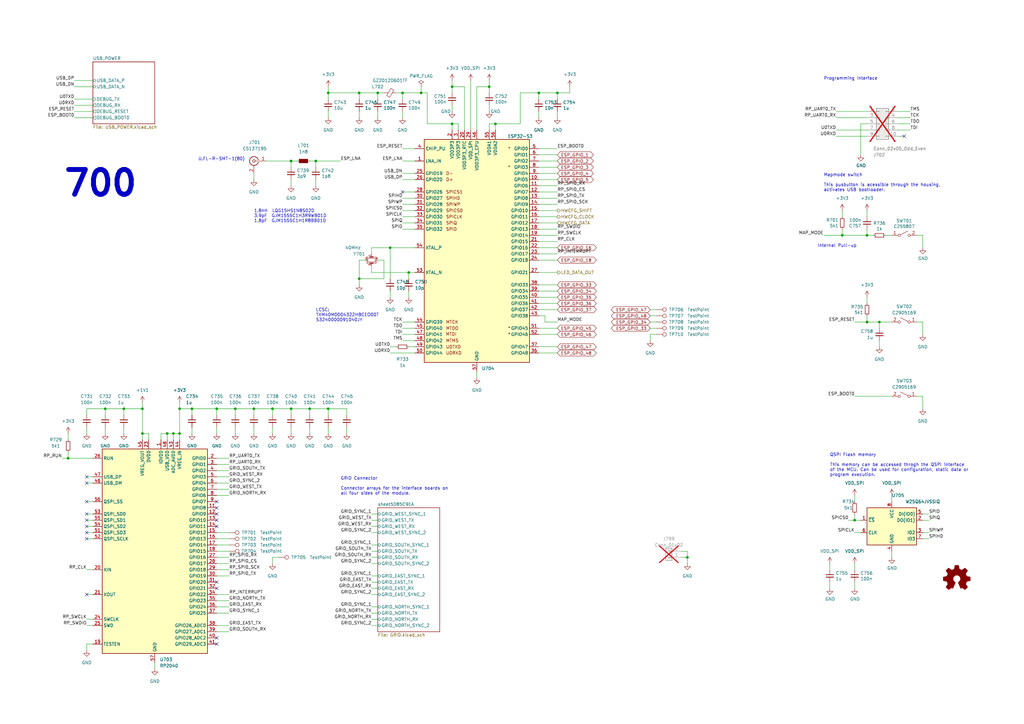
<source format=kicad_sch>
(kicad_sch (version 20231120) (generator "eeschema") (generator_version "8.0")
  (paper "A3")
  (junction (at 88.9 167.64))
  (junction (at 129.54 66.04))
  (junction (at 220.98 38.1))
  (junction (at 71.12 177.8))
  (junction (at 147.32 38.1))
  (junction (at 58.42 177.8))
  (junction (at 172.72 38.1))
  (junction (at 167.64 111.76))
  (junction (at 73.66 177.8))
  (junction (at 147.32 114.3))
  (junction (at 127 167.64))
  (junction (at 73.66 167.64))
  (junction (at 27.94 187.96))
  (junction (at 185.42 50.8))
  (junction (at 350.52 213.36))
  (junction (at 154.94 38.1))
  (junction (at 160.02 101.6))
  (junction (at 355.6 132.08))
  (junction (at 134.62 167.64))
  (junction (at 50.8 167.64))
  (junction (at 119.38 167.64))
  (junction (at 200.66 35.56))
  (junction (at 68.58 177.8))
  (junction (at 96.52 167.64))
  (junction (at 111.76 167.64))
  (junction (at 43.18 167.64))
  (junction (at 104.14 167.64))
  (junction (at 228.6 38.1))
  (junction (at 134.62 38.1))
  (junction (at 58.42 167.64))
  (junction (at 203.2 50.8))
  (junction (at 185.42 35.56))
  (junction (at 78.74 167.64))
  (junction (at 355.6 96.52))
  (junction (at 360.68 132.08))
  (junction (at 345.44 96.52))
  (junction (at 281.94 228.6))
  (junction (at 119.38 66.04))
  (junction (at 165.1 38.1))
  (no_connect (at 370.84 55.88))
  (no_connect (at 165.1 78.74))
  (no_connect (at 35.56 210.82))
  (no_connect (at 35.56 205.74))
  (no_connect (at 35.56 213.36))
  (no_connect (at 35.56 243.84))
  (no_connect (at 35.56 220.98))
  (no_connect (at 35.56 215.9))
  (no_connect (at 35.56 218.44))
  (no_connect (at 35.56 198.12))
  (no_connect (at 35.56 195.58))
  (no_connect (at 88.9 264.16))
  (no_connect (at 88.9 261.62))
  (no_connect (at 88.9 238.76))
  (no_connect (at 88.9 241.3))
  (no_connect (at 88.9 215.9))
  (no_connect (at 88.9 213.36))
  (no_connect (at 88.9 210.82))
  (no_connect (at 88.9 208.28))
  (no_connect (at 88.9 205.74))
  (wire (pts (xy 73.66 167.64) (xy 78.74 167.64)))
  (wire (pts (xy 355.6 121.92) (xy 355.6 124.46)))
  (wire (pts (xy 35.56 198.12) (xy 38.1 198.12)))
  (wire (pts (xy 88.9 218.44) (xy 93.98 218.44)))
  (wire (pts (xy 213.36 38.1) (xy 220.98 38.1)))
  (wire (pts (xy 119.38 175.26) (xy 119.38 177.8)))
  (wire (pts (xy 58.42 180.34) (xy 58.42 177.8)))
  (wire (pts (xy 27.94 187.96) (xy 38.1 187.96)))
  (wire (pts (xy 165.1 93.98) (xy 170.18 93.98)))
  (wire (pts (xy 203.2 50.8) (xy 203.2 53.34)))
  (wire (pts (xy 360.68 139.7) (xy 360.68 142.24)))
  (wire (pts (xy 167.64 111.76) (xy 167.64 114.3)))
  (wire (pts (xy 228.6 38.1) (xy 220.98 38.1)))
  (wire (pts (xy 73.66 180.34) (xy 73.66 177.8)))
  (wire (pts (xy 154.94 228.6) (xy 152.4 228.6)))
  (wire (pts (xy 127 175.26) (xy 127 177.8)))
  (wire (pts (xy 350.52 162.56) (xy 365.76 162.56)))
  (wire (pts (xy 58.42 177.8) (xy 58.42 167.64)))
  (wire (pts (xy 88.9 231.14) (xy 93.98 231.14)))
  (wire (pts (xy 355.6 93.98) (xy 355.6 96.52)))
  (wire (pts (xy 266.7 134.62) (xy 269.24 134.62)))
  (wire (pts (xy 147.32 38.1) (xy 154.94 38.1)))
  (wire (pts (xy 104.14 175.26) (xy 104.14 177.8)))
  (wire (pts (xy 360.68 132.08) (xy 355.6 132.08)))
  (wire (pts (xy 165.1 137.16) (xy 170.18 137.16)))
  (wire (pts (xy 43.18 167.64) (xy 50.8 167.64)))
  (wire (pts (xy 63.5 271.78) (xy 63.5 274.32)))
  (wire (pts (xy 88.9 226.06) (xy 93.98 226.06)))
  (wire (pts (xy 342.9 53.34) (xy 355.6 53.34)))
  (wire (pts (xy 233.68 35.56) (xy 233.68 38.1)))
  (wire (pts (xy 96.52 170.18) (xy 96.52 167.64)))
  (wire (pts (xy 220.98 106.68) (xy 228.6 106.68)))
  (wire (pts (xy 154.94 218.44) (xy 152.4 218.44)))
  (wire (pts (xy 152.4 104.14) (xy 152.4 101.6)))
  (wire (pts (xy 88.9 220.98) (xy 93.98 220.98)))
  (wire (pts (xy 220.98 63.5) (xy 228.6 63.5)))
  (wire (pts (xy 134.62 45.72) (xy 134.62 48.26)))
  (wire (pts (xy 220.98 119.38) (xy 228.6 119.38)))
  (wire (pts (xy 154.94 106.68) (xy 157.48 106.68)))
  (wire (pts (xy 203.2 50.8) (xy 213.36 50.8)))
  (wire (pts (xy 165.1 86.36) (xy 170.18 86.36)))
  (wire (pts (xy 160.02 101.6) (xy 170.18 101.6)))
  (wire (pts (xy 35.56 195.58) (xy 38.1 195.58)))
  (wire (pts (xy 88.9 246.38) (xy 93.98 246.38)))
  (wire (pts (xy 152.4 111.76) (xy 167.64 111.76)))
  (wire (pts (xy 279.4 228.6) (xy 281.94 228.6)))
  (wire (pts (xy 134.62 175.26) (xy 134.62 177.8)))
  (wire (pts (xy 353.06 50.8) (xy 353.06 63.5)))
  (wire (pts (xy 96.52 175.26) (xy 96.52 177.8)))
  (wire (pts (xy 88.9 248.92) (xy 93.98 248.92)))
  (wire (pts (xy 355.6 86.36) (xy 355.6 88.9)))
  (wire (pts (xy 365.76 203.2) (xy 365.76 205.74)))
  (wire (pts (xy 266.7 132.08) (xy 269.24 132.08)))
  (wire (pts (xy 35.56 210.82) (xy 38.1 210.82)))
  (wire (pts (xy 165.1 38.1) (xy 172.72 38.1)))
  (wire (pts (xy 220.98 144.78) (xy 228.6 144.78)))
  (wire (pts (xy 350.52 203.2) (xy 350.52 205.74)))
  (wire (pts (xy 88.9 187.96) (xy 93.98 187.96)))
  (wire (pts (xy 378.46 162.56) (xy 375.92 162.56)))
  (wire (pts (xy 220.98 88.9) (xy 228.6 88.9)))
  (wire (pts (xy 35.56 220.98) (xy 38.1 220.98)))
  (wire (pts (xy 220.98 101.6) (xy 228.6 101.6)))
  (wire (pts (xy 378.46 218.44) (xy 381 218.44)))
  (wire (pts (xy 154.94 45.72) (xy 154.94 48.26)))
  (wire (pts (xy 35.56 213.36) (xy 38.1 213.36)))
  (wire (pts (xy 172.72 38.1) (xy 175.26 38.1)))
  (wire (pts (xy 88.9 259.08) (xy 93.98 259.08)))
  (wire (pts (xy 337.82 96.52) (xy 345.44 96.52)))
  (wire (pts (xy 35.56 233.68) (xy 38.1 233.68)))
  (wire (pts (xy 195.58 35.56) (xy 195.58 53.34)))
  (wire (pts (xy 104.14 170.18) (xy 104.14 167.64)))
  (wire (pts (xy 165.1 83.82) (xy 170.18 83.82)))
  (wire (pts (xy 147.32 106.68) (xy 149.86 106.68)))
  (wire (pts (xy 220.98 129.54) (xy 223.52 129.54)))
  (wire (pts (xy 88.9 223.52) (xy 93.98 223.52)))
  (wire (pts (xy 167.64 119.38) (xy 167.64 121.92)))
  (wire (pts (xy 68.58 177.8) (xy 71.12 177.8)))
  (wire (pts (xy 187.96 53.34) (xy 187.96 50.8)))
  (wire (pts (xy 345.44 93.98) (xy 345.44 96.52)))
  (wire (pts (xy 350.52 231.14) (xy 350.52 233.68)))
  (wire (pts (xy 154.94 223.52) (xy 152.4 223.52)))
  (wire (pts (xy 172.72 35.56) (xy 172.72 38.1)))
  (wire (pts (xy 88.9 200.66) (xy 93.98 200.66)))
  (wire (pts (xy 378.46 96.52) (xy 378.46 101.6)))
  (wire (pts (xy 160.02 142.24) (xy 162.56 142.24)))
  (wire (pts (xy 223.52 132.08) (xy 228.6 132.08)))
  (wire (pts (xy 111.76 167.64) (xy 119.38 167.64)))
  (wire (pts (xy 152.4 101.6) (xy 160.02 101.6)))
  (wire (pts (xy 35.56 175.26) (xy 35.56 177.8)))
  (wire (pts (xy 165.1 91.44) (xy 170.18 91.44)))
  (wire (pts (xy 167.64 142.24) (xy 170.18 142.24)))
  (wire (pts (xy 154.94 241.3) (xy 152.4 241.3)))
  (wire (pts (xy 58.42 165.1) (xy 58.42 167.64)))
  (wire (pts (xy 228.6 60.96) (xy 220.98 60.96)))
  (wire (pts (xy 147.32 114.3) (xy 147.32 116.84)))
  (wire (pts (xy 134.62 167.64) (xy 142.24 167.64)))
  (wire (pts (xy 220.98 83.82) (xy 228.6 83.82)))
  (wire (pts (xy 109.22 66.04) (xy 119.38 66.04)))
  (wire (pts (xy 160.02 144.78) (xy 170.18 144.78)))
  (wire (pts (xy 88.9 198.12) (xy 93.98 198.12)))
  (wire (pts (xy 350.52 213.36) (xy 347.98 213.36)))
  (wire (pts (xy 88.9 228.6) (xy 93.98 228.6)))
  (wire (pts (xy 35.56 256.54) (xy 38.1 256.54)))
  (wire (pts (xy 375.92 96.52) (xy 378.46 96.52)))
  (wire (pts (xy 350.52 132.08) (xy 355.6 132.08)))
  (wire (pts (xy 213.36 38.1) (xy 213.36 50.8)))
  (wire (pts (xy 88.9 170.18) (xy 88.9 167.64)))
  (wire (pts (xy 378.46 210.82) (xy 381 210.82)))
  (wire (pts (xy 281.94 226.06) (xy 279.4 226.06)))
  (wire (pts (xy 73.66 177.8) (xy 73.66 167.64)))
  (wire (pts (xy 165.1 81.28) (xy 170.18 81.28)))
  (wire (pts (xy 154.94 213.36) (xy 152.4 213.36)))
  (wire (pts (xy 355.6 129.54) (xy 355.6 132.08)))
  (wire (pts (xy 30.48 45.72) (xy 38.1 45.72)))
  (wire (pts (xy 228.6 45.72) (xy 228.6 48.26)))
  (wire (pts (xy 353.06 218.44) (xy 350.52 218.44)))
  (wire (pts (xy 165.1 45.72) (xy 165.1 48.26)))
  (wire (pts (xy 190.5 35.56) (xy 190.5 53.34)))
  (wire (pts (xy 30.48 48.26) (xy 38.1 48.26)))
  (wire (pts (xy 368.3 45.72) (xy 373.38 45.72)))
  (wire (pts (xy 185.42 35.56) (xy 185.42 38.1)))
  (wire (pts (xy 266.7 137.16) (xy 269.24 137.16)))
  (wire (pts (xy 88.9 251.46) (xy 93.98 251.46)))
  (wire (pts (xy 370.84 55.88) (xy 368.3 55.88)))
  (wire (pts (xy 35.56 254) (xy 38.1 254)))
  (wire (pts (xy 165.1 60.96) (xy 170.18 60.96)))
  (wire (pts (xy 142.24 175.26) (xy 142.24 177.8)))
  (wire (pts (xy 43.18 170.18) (xy 43.18 167.64)))
  (wire (pts (xy 88.9 203.2) (xy 93.98 203.2)))
  (wire (pts (xy 129.54 66.04) (xy 127 66.04)))
  (wire (pts (xy 200.66 50.8) (xy 203.2 50.8)))
  (wire (pts (xy 111.76 175.26) (xy 111.76 177.8)))
  (wire (pts (xy 200.66 50.8) (xy 200.66 53.34)))
  (wire (pts (xy 119.38 66.04) (xy 121.92 66.04)))
  (wire (pts (xy 154.94 226.06) (xy 152.4 226.06)))
  (wire (pts (xy 160.02 119.38) (xy 160.02 121.92)))
  (wire (pts (xy 88.9 243.84) (xy 93.98 243.84)))
  (wire (pts (xy 88.9 256.54) (xy 93.98 256.54)))
  (wire (pts (xy 154.94 238.76) (xy 152.4 238.76)))
  (wire (pts (xy 165.1 134.62) (xy 170.18 134.62)))
  (wire (pts (xy 154.94 231.14) (xy 152.4 231.14)))
  (wire (pts (xy 378.46 167.64) (xy 378.46 162.56)))
  (wire (pts (xy 88.9 175.26) (xy 88.9 177.8)))
  (wire (pts (xy 147.32 38.1) (xy 147.32 40.64)))
  (wire (pts (xy 281.94 228.6) (xy 281.94 226.06)))
  (wire (pts (xy 185.42 43.18) (xy 185.42 45.72)))
  (wire (pts (xy 38.1 33.02) (xy 30.48 33.02)))
  (wire (pts (xy 119.38 170.18) (xy 119.38 167.64)))
  (wire (pts (xy 104.14 71.12) (xy 104.14 73.66)))
  (wire (pts (xy 68.58 177.8) (xy 68.58 180.34)))
  (wire (pts (xy 35.56 170.18) (xy 35.56 167.64)))
  (wire (pts (xy 154.94 40.64) (xy 154.94 38.1)))
  (wire (pts (xy 185.42 50.8) (xy 175.26 50.8)))
  (wire (pts (xy 368.3 50.8) (xy 373.38 50.8)))
  (wire (pts (xy 220.98 137.16) (xy 228.6 137.16)))
  (wire (pts (xy 165.1 139.7) (xy 170.18 139.7)))
  (wire (pts (xy 30.48 43.18) (xy 38.1 43.18)))
  (wire (pts (xy 154.94 243.84) (xy 152.4 243.84)))
  (wire (pts (xy 71.12 177.8) (xy 71.12 180.34)))
  (wire (pts (xy 342.9 48.26) (xy 355.6 48.26)))
  (wire (pts (xy 88.9 233.68) (xy 93.98 233.68)))
  (wire (pts (xy 378.46 132.08) (xy 375.92 132.08)))
  (wire (pts (xy 154.94 236.22) (xy 152.4 236.22)))
  (wire (pts (xy 233.68 38.1) (xy 228.6 38.1)))
  (wire (pts (xy 35.56 167.64) (xy 43.18 167.64)))
  (wire (pts (xy 88.9 190.5) (xy 93.98 190.5)))
  (wire (pts (xy 342.9 45.72) (xy 355.6 45.72)))
  (wire (pts (xy 340.36 241.3) (xy 340.36 238.76)))
  (wire (pts (xy 60.96 180.34) (xy 60.96 177.8)))
  (wire (pts (xy 281.94 231.14) (xy 281.94 228.6)))
  (wire (pts (xy 96.52 167.64) (xy 104.14 167.64)))
  (wire (pts (xy 104.14 167.64) (xy 111.76 167.64)))
  (wire (pts (xy 27.94 185.42) (xy 27.94 187.96)))
  (wire (pts (xy 190.5 35.56) (xy 185.42 35.56)))
  (wire (pts (xy 220.98 38.1) (xy 220.98 40.64)))
  (wire (pts (xy 340.36 231.14) (xy 340.36 233.68)))
  (wire (pts (xy 35.56 215.9) (xy 38.1 215.9)))
  (wire (pts (xy 43.18 175.26) (xy 43.18 177.8)))
  (wire (pts (xy 165.1 88.9) (xy 170.18 88.9)))
  (wire (pts (xy 35.56 264.16) (xy 35.56 266.7)))
  (wire (pts (xy 127 167.64) (xy 134.62 167.64)))
  (wire (pts (xy 200.66 35.56) (xy 200.66 38.1)))
  (wire (pts (xy 154.94 256.54) (xy 152.4 256.54)))
  (wire (pts (xy 170.18 71.12) (xy 165.1 71.12)))
  (wire (pts (xy 152.4 210.82) (xy 154.94 210.82)))
  (wire (pts (xy 220.98 127) (xy 228.6 127)))
  (wire (pts (xy 152.4 111.76) (xy 152.4 109.22)))
  (wire (pts (xy 220.98 78.74) (xy 228.6 78.74)))
  (wire (pts (xy 147.32 45.72) (xy 147.32 48.26)))
  (wire (pts (xy 365.76 228.6) (xy 365.76 226.06)))
  (wire (pts (xy 220.98 93.98) (xy 228.6 93.98)))
  (wire (pts (xy 185.42 33.02) (xy 185.42 35.56)))
  (wire (pts (xy 134.62 170.18) (xy 134.62 167.64)))
  (wire (pts (xy 345.44 96.52) (xy 355.6 96.52)))
  (wire (pts (xy 154.94 248.92) (xy 152.4 248.92)))
  (wire (pts (xy 154.94 251.46) (xy 152.4 251.46)))
  (wire (pts (xy 50.8 167.64) (xy 58.42 167.64)))
  (wire (pts (xy 142.24 170.18) (xy 142.24 167.64)))
  (wire (pts (xy 220.98 71.12) (xy 228.6 71.12)))
  (wire (pts (xy 88.9 167.64) (xy 96.52 167.64)))
  (wire (pts (xy 378.46 213.36) (xy 381 213.36)))
  (wire (pts (xy 88.9 236.22) (xy 93.98 236.22)))
  (wire (pts (xy 165.1 78.74) (xy 170.18 78.74)))
  (wire (pts (xy 175.26 38.1) (xy 175.26 50.8)))
  (wire (pts (xy 35.56 243.84) (xy 38.1 243.84)))
  (wire (pts (xy 195.58 35.56) (xy 200.66 35.56)))
  (wire (pts (xy 88.9 193.04) (xy 93.98 193.04)))
  (wire (pts (xy 193.04 33.02) (xy 193.04 53.34)))
  (wire (pts (xy 220.98 134.62) (xy 228.6 134.62)))
  (wire (pts (xy 378.46 220.98) (xy 381 220.98)))
  (wire (pts (xy 129.54 66.04) (xy 139.7 66.04)))
  (wire (pts (xy 220.98 81.28) (xy 228.6 81.28)))
  (wire (pts (xy 353.06 50.8) (xy 355.6 50.8)))
  (wire (pts (xy 25.4 187.96) (xy 27.94 187.96)))
  (wire (pts (xy 266.7 129.54) (xy 269.24 129.54)))
  (wire (pts (xy 119.38 66.04) (xy 119.38 68.58)))
  (wire (pts (xy 228.6 38.1) (xy 228.6 40.64)))
  (wire (pts (xy 373.38 48.26) (xy 368.3 48.26)))
  (wire (pts (xy 50.8 167.64) (xy 50.8 170.18)))
  (wire (pts (xy 170.18 73.66) (xy 165.1 73.66)))
  (wire (pts (xy 157.48 114.3) (xy 147.32 114.3)))
  (wire (pts (xy 147.32 114.3) (xy 147.32 106.68)))
  (wire (pts (xy 129.54 68.58) (xy 129.54 66.04)))
  (wire (pts (xy 35.56 205.74) (xy 38.1 205.74)))
  (wire (pts (xy 160.02 101.6) (xy 160.02 114.3)))
  (wire (pts (xy 220.98 86.36) (xy 228.6 86.36)))
  (wire (pts (xy 373.38 53.34) (xy 368.3 53.34)))
  (wire (pts (xy 78.74 175.26) (xy 78.74 177.8)))
  (wire (pts (xy 220.98 116.84) (xy 228.6 116.84)))
  (wire (pts (xy 71.12 177.8) (xy 73.66 177.8)))
  (wire (pts (xy 220.98 68.58) (xy 228.6 68.58)))
  (wire (pts (xy 345.44 86.36) (xy 345.44 88.9)))
  (wire (pts (xy 134.62 35.56) (xy 134.62 38.1)))
  (wire (pts (xy 350.52 241.3) (xy 350.52 238.76)))
  (wire (pts (xy 200.66 33.02) (xy 200.66 35.56)))
  (wire (pts (xy 266.7 139.7) (xy 266.7 137.16)))
  (wire (pts (xy 220.98 96.52) (xy 228.6 96.52)))
  (wire (pts (xy 195.58 152.4) (xy 195.58 154.94)))
  (wire (pts (xy 365.76 132.08) (xy 360.68 132.08)))
  (wire (pts (xy 30.48 40.64) (xy 38.1 40.64)))
  (wire (pts (xy 220.98 111.76) (xy 228.6 111.76)))
  (wire (pts (xy 78.74 167.64) (xy 88.9 167.64)))
  (wire (pts (xy 127 170.18) (xy 127 167.64)))
  (wire (pts (xy 119.38 73.66) (xy 119.38 76.2)))
  (wire (pts (xy 165.1 66.04) (xy 170.18 66.04)))
  (wire (pts (xy 220.98 142.24) (xy 228.6 142.24)))
  (wire (pts (xy 355.6 96.52) (xy 358.14 96.52)))
  (wire (pts (xy 88.9 195.58) (xy 93.98 195.58)))
  (wire (pts (xy 60.96 177.8) (xy 58.42 177.8)))
  (wire (pts (xy 50.8 175.26) (xy 50.8 177.8)))
  (wire (pts (xy 187.96 50.8) (xy 185.42 50.8)))
  (wire (pts (xy 154.94 38.1) (xy 157.48 38.1)))
  (wire (pts (xy 165.1 38.1) (xy 165.1 40.64)))
  (wire (pts (xy 78.74 167.64) (xy 78.74 170.18)))
  (wire (pts (xy 157.48 106.68) (xy 157.48 114.3)))
  (wire (pts (xy 220.98 73.66) (xy 228.6 73.66)))
  (wire (pts (xy 220.98 99.06) (xy 228.6 99.06)))
  (wire (pts (xy 27.94 177.8) (xy 27.94 180.34)))
  (wire (pts (xy 167.64 111.76) (xy 170.18 111.76)))
  (wire (pts (xy 111.76 170.18) (xy 111.76 167.64)))
  (wire (pts (xy 220.98 45.72) (xy 220.98 48.26)))
  (wire (pts (xy 220.98 124.46) (xy 228.6 124.46)))
  (wire (pts (xy 266.7 127) (xy 269.24 127)))
  (wire (pts (xy 66.04 180.34) (xy 66.04 177.8)))
  (wire (pts (xy 129.54 73.66) (xy 129.54 76.2)))
  (wire (pts (xy 152.4 215.9) (xy 154.94 215.9)))
  (wire (pts (xy 35.56 218.44) (xy 38.1 218.44)))
  (wire (pts (xy 119.38 167.64) (xy 127 167.64)))
  (wire (pts (xy 220.98 66.04) (xy 228.6 66.04)))
  (wire (pts (xy 220.98 91.44) (xy 228.6 91.44)))
  (wire (pts (xy 220.98 121.92) (xy 228.6 121.92)))
  (wire (pts (xy 353.06 213.36) (xy 350.52 213.36)))
  (wire (pts (xy 154.94 254) (xy 152.4 254)))
  (wire (pts (xy 378.46 137.16) (xy 378.46 132.08)))
  (wire (pts (xy 73.66 165.1) (xy 73.66 167.64)))
  (wire (pts (xy 342.9 55.88) (xy 355.6 55.88)))
  (wire (pts (xy 162.56 38.1) (xy 165.1 38.1)))
  (wire (pts (xy 111.76 231.14) (xy 111.76 228.6)))
  (wire (pts (xy 200.66 43.18) (xy 200.66 45.72)))
  (wire (pts (xy 134.62 38.1) (xy 134.62 40.64)))
  (wire (pts (xy 185.42 50.8) (xy 185.42 53.34)))
  (wire (pts (xy 360.68 132.08) (xy 360.68 134.62)))
  (wire (pts (xy 350.52 210.82) (xy 350.52 213.36)))
  (wire (pts (xy 66.04 177.8) (xy 68.58 177.8)))
  (wire (pts (xy 35.56 264.16) (xy 38.1 264.16)))
  (wire (pts (xy 363.22 96.52) (xy 365.76 96.52)))
  (wire (pts (xy 165.1 132.08) (xy 170.18 132.08)))
  (wire (pts (xy 220.98 76.2) (xy 228.6 76.2)))
  (wire (pts (xy 220.98 104.14) (xy 228.6 104.14)))
  (wire (pts (xy 111.76 228.6) (xy 114.3 228.6)))
  (wire (pts (xy 30.48 35.56) (xy 38.1 35.56)))
  (wire (pts (xy 134.62 38.1) (xy 147.32 38.1)))
  (wire (pts (xy 223.52 129.54) (xy 223.52 132.08)))
  (text "Mapmode switch\n\nThis pusbutton is acessible through the housing, \nactivates USB bootloader." (at 337.82 78.74 0) (effects (font (size 1.27 1.27)) (justify left bottom)))
  (text "700" (at 25.4 81.28 0) (effects (font (size 10.16 10.16) (thickness 2.032) (bold yes)) (justify left bottom)))
  (text "LCSC:\nTXM40M0004322HBCEO00T\nS3240000091040JY" (at 129.54 132.08 0) (effects (font (size 1.27 1.27)) (justify left bottom)))
  (text "1.8nH  LQG15HS1N8S02D\n3.9pF  GJM1555C1H3R9WB01D\n1.8pF  GJM1555C1H1R8BB01D" (at 104.14 91.44 0) (effects (font (size 1.27 1.27)) (justify left bottom)))
  (text "QSPI Flash memory\n\nThis memory can be accessed throgh the QSPI interface\nof the MCU. Can be used for configuration, static data or\nprogram execution." (at 340.36 195.58 0) (effects (font (size 1.27 1.27)) (justify left bottom)))
  (text "Internal Pull-up" (at 335.28 101.6 0) (effects (font (size 1.27 1.27)) (justify left bottom)))
  (text "GRID Connector\n\nConnector arrays for the interface boards on \nall four sides of the module." (at 139.7 203.2 0) (effects (font (size 1.27 1.27)) (justify left bottom)))
  (text "U.FL-R-SMT-1(80) " (at 81.28 66.04 0) (effects (font (size 1.27 1.27)) (justify left bottom)))
  (text "Programming Interface\n" (at 337.82 33.02 0) (effects (font (size 1.27 1.27)) (justify left bottom)))
  (label "RP_SPI0_CS" (at 93.98 231.14 0))
  (label "GRID_SYNC_1" (at 152.4 223.52 180))
  (label "GRID_EAST_TX" (at 93.98 256.54 0))
  (label "RP_SPI0_RX" (at 93.98 228.6 0))
  (label "GRID_SOUTH_TX" (at 152.4 226.06 180))
  (label "SPICS0" (at 165.1 86.36 180))
  (label "GRID_SYNC_2" (at 152.4 218.44 180))
  (label "GRID_NORTH_TX" (at 93.98 246.38 0))
  (label "GRID_NORTH_TX" (at 152.4 251.46 180))
  (label "GRID_SYNC_2" (at 152.4 256.54 180))
  (label "MAP_MODE" (at 337.82 96.52 180))
  (label "U0TXD" (at 160.02 142.24 180))
  (label "SPICS0" (at 347.98 213.36 180))
  (label "TMS" (at 165.1 139.7 180))
  (label "TCK" (at 165.1 132.08 180))
  (label "GRID_NORTH_RX" (at 93.98 203.2 0))
  (label "RP_SWCLK" (at 35.56 254 180))
  (label "RP_SPI0_RX" (at 228.6 76.2 0))
  (label "U0RXD" (at 30.48 43.18 180))
  (label "GRID_SYNC_1" (at 152.4 210.82 180))
  (label "SPIQ" (at 165.1 91.44 180))
  (label "RP_SPI0_TX" (at 93.98 236.22 0))
  (label "GRID_SYNC_1" (at 152.4 236.22 180))
  (label "U0RXD" (at 160.02 144.78 180))
  (label "TDO" (at 165.1 134.62 180))
  (label "U0RXD" (at 342.9 55.88 180))
  (label "USB_DP" (at 30.48 33.02 180))
  (label "GRID_SOUTH_RX" (at 93.98 259.08 0))
  (label "GRID_SYNC_2" (at 152.4 243.84 180))
  (label "USB_DN" (at 30.48 35.56 180))
  (label "SPIQ" (at 381 213.36 0))
  (label "RP_SPI0_TX" (at 228.6 81.28 0))
  (label "GRID_WEST_RX" (at 152.4 215.9 180))
  (label "GRID_WEST_RX" (at 93.98 195.58 0))
  (label "RP_SWDIO" (at 228.6 93.98 0))
  (label "RP_SWDIO" (at 35.56 256.54 180))
  (label "RP_CLK" (at 35.56 233.68 180))
  (label "ESP_BOOT0" (at 30.48 48.26 180))
  (label "RP_SWCLK" (at 228.6 96.52 0))
  (label "RP_SPI0_SCK" (at 93.98 233.68 0))
  (label "RP_UART0_TX" (at 93.98 187.96 0))
  (label "SPID" (at 165.1 93.98 180))
  (label "U0TXD" (at 342.9 53.34 180))
  (label "SPID" (at 381 210.82 0))
  (label "ESP_BOOT0" (at 228.6 60.96 0))
  (label "TDO" (at 373.38 50.8 0))
  (label "TDI" (at 165.1 137.16 180))
  (label "GRID_WEST_TX" (at 93.98 200.66 0))
  (label "RP_INTERRUPT" (at 228.6 104.14 0))
  (label "ESP_RESET" (at 30.48 45.72 180))
  (label "RP_SPI0_SCK" (at 228.6 83.82 0))
  (label "GRID_EAST_RX" (at 93.98 248.92 0))
  (label "USB_DN" (at 165.1 71.12 180))
  (label "SPIHD" (at 165.1 81.28 180))
  (label "ESP_RESET" (at 165.1 60.96 180))
  (label "TMS" (at 373.38 45.72 0))
  (label "SPIHD" (at 381 220.98 0))
  (label "ESP_LNA" (at 139.7 66.04 0))
  (label "ESP_BOOT0" (at 350.52 162.56 180))
  (label "RP_UART0_TX" (at 342.9 45.72 180))
  (label "RP_INTERRUPT" (at 93.98 243.84 0))
  (label "GRID_EAST_RX" (at 152.4 241.3 180))
  (label "USB_DP" (at 165.1 73.66 180))
  (label "GRID_SOUTH_TX" (at 93.98 193.04 0))
  (label "GRID_EAST_TX" (at 152.4 238.76 180))
  (label "SPICLK" (at 350.52 218.44 180))
  (label "RP_SPI0_CS" (at 228.6 78.74 0))
  (label "RP_UART0_RX" (at 342.9 48.26 180))
  (label "TCK" (at 373.38 48.26 0))
  (label "RP_RUN" (at 25.4 187.96 180))
  (label "RP_CLK" (at 228.6 99.06 0))
  (label "TDI" (at 373.38 53.34 0))
  (label "GRID_SYNC_1" (at 93.98 251.46 0))
  (label "ESP_RESET" (at 350.52 132.08 180))
  (label "GRID_SOUTH_RX" (at 152.4 228.6 180))
  (label "SPIWP" (at 165.1 83.82 180))
  (label "MAP_MODE" (at 228.6 132.08 0))
  (label "SPICLK" (at 165.1 88.9 180))
  (label "ESP_LNA" (at 165.1 66.04 180))
  (label "GRID_SYNC_1" (at 152.4 248.92 180))
  (label "RP_UART0_RX" (at 93.98 190.5 0))
  (label "U0TXD" (at 30.48 40.64 180))
  (label "SPIWP" (at 381 218.44 0))
  (label "GRID_NORTH_RX" (at 152.4 254 180))
  (label "GRID_SYNC_2" (at 93.98 198.12 0))
  (label "GRID_SYNC_2" (at 152.4 231.14 180))
  (label "GRID_WEST_TX" (at 152.4 213.36 180))
  (global_label "ESP_GPIO_33" (shape bidirectional) (at 228.6 116.84 0) (property "Intersheetrefs" "${INTERSHEET_REFS}" (effects (hide yes))))
  (global_label "ESP_GPIO_16" (shape bidirectional) (at 228.6 101.6 0) (property "Intersheetrefs" "${INTERSHEET_REFS}" (effects (hide yes))))
  (global_label "ESP_GPIO_34" (shape bidirectional) (at 266.7 132.08 180) (property "Intersheetrefs" "${INTERSHEET_REFS}" (effects (hide yes))))
  (global_label "ESP_GPIO_47" (shape bidirectional) (at 266.7 127 180) (property "Intersheetrefs" "${INTERSHEET_REFS}" (effects (hide yes))))
  (global_label "ESP_GPIO_48" (shape bidirectional) (at 228.6 144.78 0) (property "Intersheetrefs" "${INTERSHEET_REFS}" (effects (hide yes))))
  (global_label "ESP_GPIO_2" (shape bidirectional) (at 228.6 66.04 0) (property "Intersheetrefs" "${INTERSHEET_REFS}" (effects (hide yes))))
  (global_label "ESP_GPIO_4" (shape bidirectional) (at 228.6 71.12 0) (property "Intersheetrefs" "${INTERSHEET_REFS}" (effects (hide yes))))
  (global_label "ESP_GPIO_1" (shape bidirectional) (at 228.6 63.5 0) (property "Intersheetrefs" "${INTERSHEET_REFS}" (effects (hide yes))))
  (global_label "ESP_GPIO_45" (shape bidirectional) (at 228.6 134.62 0) (property "Intersheetrefs" "${INTERSHEET_REFS}" (effects (hide yes))))
  (global_label "ESP_GPIO_36" (shape bidirectional) (at 228.6 124.46 0) (property "Intersheetrefs" "${INTERSHEET_REFS}" (effects (hide yes))))
  (global_label "ESP_GPIO_18" (shape bidirectional) (at 228.6 106.68 0) (property "Intersheetrefs" "${INTERSHEET_REFS}" (effects (hide yes))))
  (global_label "ESP_GPIO_5" (shape bidirectional) (at 228.6 73.66 0) (property "Intersheetrefs" "${INTERSHEET_REFS}" (effects (hide yes))))
  (global_label "ESP_GPIO_46" (shape bidirectional) (at 228.6 137.16 0) (property "Intersheetrefs" "${INTERSHEET_REFS}" (effects (hide yes))))
  (global_label "ESP_GPIO_48" (shape bidirectional) (at 266.7 129.54 180) (property "Intersheetrefs" "${INTERSHEET_REFS}" (effects (hide yes))))
  (global_label "ESP_GPIO_33" (shape bidirectional) (at 266.7 134.62 180) (property "Intersheetrefs" "${INTERSHEET_REFS}" (effects (hide yes))))
  (global_label "ESP_GPIO_35" (shape bidirectional) (at 228.6 121.92 0) (property "Intersheetrefs" "${INTERSHEET_REFS}" (effects (hide yes))))
  (global_label "ESP_GPIO_34" (shape bidirectional) (at 228.6 119.38 0) (property "Intersheetrefs" "${INTERSHEET_REFS}" (effects (hide yes))))
  (global_label "ESP_GPIO_3" (shape bidirectional) (at 228.6 68.58 0) (property "Intersheetrefs" "${INTERSHEET_REFS}" (effects (hide yes))))
  (global_label "ESP_GPIO_47" (shape bidirectional) (at 228.6 142.24 0) (property "Intersheetrefs" "${INTERSHEET_REFS}" (effects (hide yes))))
  (global_label "ESP_GPIO_37" (shape bidirectional) (at 228.6 127 0) (property "Intersheetrefs" "${INTERSHEET_REFS}" (effects (hide yes))))
  (hierarchical_label "HWCFG_CLOCK" (shape output) (at 228.6 88.9 0))
  (hierarchical_label "HWCFG_DATA" (shape input) (at 228.6 91.44 0))
  (hierarchical_label "HWCFG_SHIFT" (shape output) (at 228.6 86.36 0))
  (hierarchical_label "LED_DATA_OUT" (shape output) (at 228.6 111.76 0))
  (symbol (lib_id "suku_basics:U_FLASH_W25Q16JVSSIQ") (at 365.76 215.9 0) (unit 1)
    (property "Reference" "U705" (at 368.3 203.2 0))
    (property "Value" "W25Q64JVSSIQ" (at 378.46 205.74 0))
    (property "Footprint" "suku_basics:SOIC-8W_FLASH" (effects (hide yes)))
    (property "Datasheet" "http://www.winbond.com/resource-files/w25q32jv%20revg%2003272018%20plus.pdf" (effects (hide yes)))
  )
  (symbol (lib_id "suku_basics:CAP") (at 350.52 236.22 0) (unit 1)
    (property "Reference" "C756" (at 352.8568 235.0516 0) (effects (justify left)))
    (property "Value" "100n" (at 352.8568 237.363 0) (effects (justify left)))
    (property "Footprint" "suku_basics:CAP_0402" (effects (hide yes)))
  )
  (symbol (lib_id "power:GND") (at 365.76 228.6 0) (unit 1)
    (property "Reference" "#PWR0843" (effects (hide yes)))
    (property "Value" "GND" (at 365.887 232.9942 0))
  )
  (symbol (lib_id "power:GND") (at 350.52 241.3 0) (unit 1)
    (property "Reference" "#PWR0838" (effects (hide yes)))
    (property "Value" "GND" (at 350.647 245.6942 0))
  )
  (symbol (lib_id "Switch:SW_SPST") (at 370.84 96.52 0) (unit 1)
    (property "Reference" "SW701" (at 370.84 90.551 0))
    (property "Value" "C255807" (at 370.84 92.8624 0))
    (property "Footprint" "suku_basics:SW_HYP_MAPMODE" (effects (hide yes)))
  )
  (symbol (lib_id "suku_basics:RES") (at 360.68 96.52 270) (unit 1)
    (property "Reference" "R736" (at 360.68 91.5416 90))
    (property "Value" "1k" (at 360.68 93.853 90))
    (property "Footprint" "suku_basics:RES_0402" (effects (hide yes)))
  )
  (symbol (lib_id "power:GND") (at 378.46 101.6 0) (unit 1)
    (property "Reference" "#PWR0844" (effects (hide yes)))
    (property "Value" "GND" (at 378.587 105.9942 0))
  )
  (symbol (lib_id "suku_basics:CAP") (at 355.6 91.44 180) (unit 1)
    (property "Reference" "C757" (at 353.2632 92.6084 0) (effects (justify left)))
    (property "Value" "100n" (at 353.2632 90.297 0) (effects (justify left)))
    (property "Footprint" "suku_basics:CAP_0402" (effects (hide yes)))
  )
  (symbol (lib_id "Connector:TestPoint") (at 269.24 137.16 270) (unit 1)
    (property "Reference" "TP710" (at 274.32 137.16 90) (effects (justify left)))
    (property "Value" "TestPoint" (at 281.94 137.16 90) (effects (justify left)))
    (property "Footprint" "TestPoint:TestPoint_Pad_1.0x1.0mm" (effects (hide yes)))
  )
  (symbol (lib_id "Connector:TestPoint") (at 93.98 226.06 270) (unit 1)
    (property "Reference" "TP704" (at 99.06 226.06 90) (effects (justify left)))
    (property "Value" "TestPoint" (at 106.68 226.06 90) (effects (justify left)))
    (property "Footprint" "TestPoint:TestPoint_Pad_D1.0mm" (effects (hide yes)))
  )
  (symbol (lib_id "suku_basics:CAP") (at 142.24 172.72 0) (unit 1)
    (property "Reference" "C745" (at 139.7 162.56 0) (effects (justify left)))
    (property "Value" "100n" (at 139.7 165.1 0) (effects (justify left)))
    (property "Footprint" "suku_basics:CAP_0402" (effects (hide yes)))
  )
  (symbol (lib_id "suku_basics:CAP") (at 200.66 40.64 0) (unit 1)
    (property "Reference" "C752" (at 202.9968 39.4716 0) (effects (justify left)))
    (property "Value" "100n" (at 202.9968 41.783 0) (effects (justify left)))
    (property "Footprint" "suku_basics:CAP_0402" (effects (hide yes)))
  )
  (symbol (lib_id "power:GND") (at 63.5 274.32 0) (unit 1)
    (property "Reference" "#PWR0799" (effects (hide yes)))
    (property "Value" "GND" (at 63.5 279.4 0))
  )
  (symbol (lib_id "power:GND") (at 43.18 177.8 0) (unit 1)
    (property "Reference" "#PWR0796" (effects (hide yes)))
    (property "Value" "GND" (at 43.18 182.88 0))
  )
  (symbol (lib_id "power:+3V3") (at 355.6 121.92 0) (unit 1)
    (property "Reference" "#PWR0835" (effects (hide yes)))
    (property "Value" "+3V3" (at 355.6 116.84 0))
  )
  (symbol (lib_id "suku_basics:VDD_SPI") (at 365.76 203.2 0) (unit 1)
    (property "Reference" "#PWR0842" (effects (hide yes)))
    (property "Value" "VDD_SPI" (at 365.76 198.12 0))
  )
  (symbol (lib_id "suku_basics:CAP") (at 111.76 172.72 0) (unit 1)
    (property "Reference" "C738" (at 109.22 162.56 0) (effects (justify left)))
    (property "Value" "100n" (at 109.22 165.1 0) (effects (justify left)))
    (property "Footprint" "suku_basics:CAP_0402" (effects (hide yes)))
  )
  (symbol (lib_id "suku_basics:RP2040") (at 63.5 226.06 0) (unit 1)
    (property "Reference" "U703" (at 65.5194 270.51 0) (effects (justify left)))
    (property "Value" "RP2040" (at 65.5194 273.05 0) (effects (justify left)))
    (property "Footprint" "suku_basics:RP2040_QFN-56-1EP_7x7mm_P0.4mm_EP3.2x3.2mm" (effects (hide yes)))
    (property "Datasheet" "https://datasheets.raspberrypi.com/rp2040/rp2040-datasheet.pdf" (effects (hide yes)))
  )
  (symbol (lib_id "power:GND") (at 195.58 154.94 0) (unit 1)
    (property "Reference" "#PWR0825" (effects (hide yes)))
    (property "Value" "GND" (at 195.58 160.02 0))
  )
  (symbol (lib_id "Connector:TestPoint") (at 93.98 223.52 270) (unit 1)
    (property "Reference" "TP703" (at 99.06 223.52 90) (effects (justify left)))
    (property "Value" "TestPoint" (at 106.68 223.52 90) (effects (justify left)))
    (property "Footprint" "TestPoint:TestPoint_Pad_D1.0mm" (effects (hide yes)))
  )
  (symbol (lib_id "suku_basics:CAP") (at 165.1 43.18 0) (unit 1)
    (property "Reference" "C749" (at 167.4368 42.0116 0) (effects (justify left)))
    (property "Value" "100n" (at 167.4368 44.323 0) (effects (justify left)))
    (property "Footprint" "suku_basics:CAP_0402" (effects (hide yes)))
  )
  (symbol (lib_id "power:GND") (at 35.56 266.7 0) (unit 1)
    (property "Reference" "#PWR0795" (effects (hide yes)))
    (property "Value" "GND" (at 35.56 271.78 0))
  )
  (symbol (lib_id "Switch:SW_SPST") (at 370.84 132.08 0) (mirror y) (unit 1)
    (property "Reference" "SW702" (at 370.84 125.73 0))
    (property "Value" "C2905169" (at 370.84 128.27 0))
    (property "Footprint" "suku_basics:SW_SPST_CK_RS282G05A3" (effects (hide yes)))
  )
  (symbol (lib_id "suku_basics:CAP") (at 78.74 172.72 0) (unit 1)
    (property "Reference" "C734" (at 76.2 162.56 0) (effects (justify left)))
    (property "Value" "1u" (at 76.2 165.1 0) (effects (justify left)))
    (property "Footprint" "suku_basics:CAP_0402" (effects (hide yes)))
  )
  (symbol (lib_id "power:GND") (at 340.36 241.3 0) (unit 1)
    (property "Reference" "#PWR0834" (effects (hide yes)))
    (property "Value" "GND" (at 340.487 245.6942 0))
  )
  (symbol (lib_id "suku_basics:CAP") (at 35.56 172.72 0) (unit 1)
    (property "Reference" "C731" (at 33.02 162.56 0) (effects (justify left)))
    (property "Value" "100n" (at 33.02 165.1 0) (effects (justify left)))
    (property "Footprint" "suku_basics:CAP_0402" (effects (hide yes)))
  )
  (symbol (lib_id "suku_basics:INDUCTOR") (at 124.46 66.04 90) (unit 1)
    (property "Reference" "L701" (at 124.46 59.69 90))
    (property "Value" "1n8" (at 124.46 62.23 90))
    (property "Footprint" "suku_basics:IND_0402" (effects (hide yes)))
  )
  (symbol (lib_id "suku_basics:CAP") (at 147.32 43.18 0) (unit 1)
    (property "Reference" "C746" (at 149.6568 42.0116 0) (effects (justify left)))
    (property "Value" "1u" (at 149.6568 44.323 0) (effects (justify left)))
    (property "Footprint" "suku_basics:CAP_0402" (effects (hide yes)))
  )
  (symbol (lib_id "power:GND") (at 134.62 177.8 0) (unit 1)
    (property "Reference" "#PWR0814" (effects (hide yes)))
    (property "Value" "GND" (at 134.62 182.88 0))
  )
  (symbol (lib_id "power:GND") (at 165.1 48.26 0) (unit 1)
    (property "Reference" "#PWR0820" (effects (hide yes)))
    (property "Value" "GND" (at 165.1 53.34 0))
  )
  (symbol (lib_id "Connector:TestPoint") (at 269.24 132.08 270) (unit 1)
    (property "Reference" "TP708" (at 274.32 132.08 90) (effects (justify left)))
    (property "Value" "TestPoint" (at 281.94 132.08 90) (effects (justify left)))
    (property "Footprint" "TestPoint:TestPoint_Pad_D1.0mm" (effects (hide yes)))
  )
  (symbol (lib_id "Connector:TestPoint") (at 269.24 129.54 270) (unit 1)
    (property "Reference" "TP707" (at 274.32 129.54 90) (effects (justify left)))
    (property "Value" "TestPoint" (at 281.94 129.54 90) (effects (justify left)))
    (property "Footprint" "TestPoint:TestPoint_Pad_D1.0mm" (effects (hide yes)))
  )
  (symbol (lib_id "power:GND") (at 104.14 177.8 0) (unit 1)
    (property "Reference" "#PWR0805" (effects (hide yes)))
    (property "Value" "GND" (at 104.14 182.88 0))
  )
  (symbol (lib_id "power:GND") (at 147.32 116.84 0) (unit 1)
    (property "Reference" "#PWR0817" (effects (hide yes)))
    (property "Value" "GND" (at 147.32 121.92 0))
  )
  (symbol (lib_id "suku_basics:OSHWA") (at 392.43 237.49 0) (unit 1) (in_bom no)
    (property "Reference" "LOGO701" (effects (hide yes)))
    (property "Value" "OSHWA" (effects (hide yes)))
    (property "Footprint" "suku_basics:OSHWA" (effects (hide yes)))
  )
  (symbol (lib_id "suku_basics:CAP") (at 119.38 172.72 0) (unit 1)
    (property "Reference" "C740" (at 116.84 162.56 0) (effects (justify left)))
    (property "Value" "100n" (at 116.84 165.1 0) (effects (justify left)))
    (property "Footprint" "suku_basics:CAP_0402" (effects (hide yes)))
  )
  (symbol (lib_id "power:GND") (at 78.74 177.8 0) (unit 1)
    (property "Reference" "#PWR0801" (effects (hide yes)))
    (property "Value" "GND" (at 78.74 182.88 0))
  )
  (symbol (lib_id "power:GND") (at 104.14 73.66 0) (unit 1)
    (property "Reference" "#PWR0804" (effects (hide yes)))
    (property "Value" "GND" (at 104.14 78.74 0))
  )
  (symbol (lib_id "power:GND") (at 200.66 45.72 0) (unit 1)
    (property "Reference" "#PWR0827" (effects (hide yes)))
    (property "Value" "GND" (at 203.2 45.72 0))
  )
  (symbol (lib_id "suku_basics:CAP") (at 167.64 116.84 0) (unit 1)
    (property "Reference" "C750" (at 170.18 115.5762 0) (effects (justify left)))
    (property "Value" "10p" (at 170.18 118.1162 0) (effects (justify left)))
    (property "Footprint" "suku_basics:CAP_0402" (effects (hide yes)))
  )
  (symbol (lib_id "suku_basics:ESP32_XTAL") (at 152.4 106.68 270) (unit 1)
    (property "Reference" "Y701" (at 147.32 104.14 90))
    (property "Value" "40MHz" (at 144.78 101.6 90))
    (property "Footprint" "Crystal:Crystal_SMD_Abracon_ABM8G-4Pin_3.2x2.5mm" (effects (hide yes)))
  )
  (symbol (lib_id "power:GND") (at 142.24 177.8 0) (unit 1)
    (property "Reference" "#PWR0815" (effects (hide yes)))
    (property "Value" "GND" (at 142.24 182.88 0))
  )
  (symbol (lib_id "power:GND") (at 353.06 63.5 0) (unit 1)
    (property "Reference" "#PWR0839" (effects (hide yes)))
    (property "Value" "GND" (at 353.187 67.8942 0))
  )
  (symbol (lib_id "suku_basics:CAP") (at 134.62 43.18 0) (unit 1)
    (property "Reference" "C743" (at 136.9568 42.0116 0) (effects (justify left)))
    (property "Value" "10u" (at 136.9568 44.323 0) (effects (justify left)))
    (property "Footprint" "suku_basics:CAP_0402" (effects (hide yes)))
  )
  (symbol (lib_id "Connector_Generic:Conn_02x05_Odd_Even") (at 360.68 50.8 0) (unit 1) (in_bom no) (dnp yes)
    (property "Reference" "J702" (at 358.14 63.5 0) (effects (justify left)))
    (property "Value" "Conn_02x05_Odd_Even" (at 358.14 60.96 0) (effects (justify left)))
    (property "Footprint" "Connector_PinHeader_1.27mm:PinHeader_2x05_P1.27mm_Vertical" (effects (hide yes)))
  )
  (symbol (lib_id "power:GND") (at 228.6 48.26 0) (unit 1)
    (property "Reference" "#PWR0829" (effects (hide yes)))
    (property "Value" "GND" (at 228.6 53.34 0))
  )
  (symbol (lib_id "power:GND") (at 147.32 48.26 0) (unit 1)
    (property "Reference" "#PWR0816" (effects (hide yes)))
    (property "Value" "GND" (at 147.32 53.34 0))
  )
  (symbol (lib_id "suku_basics:RES") (at 345.44 91.44 0) (mirror y) (unit 1)
    (property "Reference" "R701" (at 343.9414 90.2716 0) (effects (justify left)))
    (property "Value" "5k1" (at 343.9414 92.583 0) (effects (justify left)))
    (property "Footprint" "suku_basics:RES_0402" (effects (hide yes)))
  )
  (symbol (lib_id "power:+3V3") (at 355.6 86.36 0) (unit 1)
    (property "Reference" "#PWR0840" (effects (hide yes)))
    (property "Value" "+3V3" (at 355.6 81.28 0))
  )
  (symbol (lib_id "suku_basics:VDD_SPI") (at 350.52 203.2 0) (unit 1)
    (property "Reference" "#PWR0836" (effects (hide yes)))
    (property "Value" "VDD_SPI" (at 350.52 198.12 0))
  )
  (symbol (lib_id "suku_basics:CAP") (at 129.54 71.12 0) (unit 1)
    (property "Reference" "C742" (at 131.8768 69.9516 0) (effects (justify left)))
    (property "Value" "1p8" (at 131.8768 72.263 0) (effects (justify left)))
    (property "Footprint" "suku_basics:CAP_0402" (effects (hide yes)))
  )
  (symbol (lib_id "suku_basics:CAP") (at 88.9 172.72 0) (unit 1)
    (property "Reference" "C735" (at 86.36 162.56 0) (effects (justify left)))
    (property "Value" "100n" (at 86.36 165.1 0) (effects (justify left)))
    (property "Footprint" "suku_basics:CAP_0402" (effects (hide yes)))
  )
  (symbol (lib_id "Connector_Generic:Conn_01x02") (at 274.32 228.6 180) (unit 1) (in_bom no) (dnp yes)
    (property "Reference" "J799" (at 274.32 220.98 0))
    (property "Value" "Conn_01x02" (at 274.32 223.52 0))
    (property "Footprint" "suku_basics:OscilloscopeGround" (effects (hide yes)))
    (instances (project "PCBA-PO16_BU16" (path "" (reference "J799") (unit 1))) (project "MIDI_Host" (path "" (reference "J3") (unit 1))))
  )
  (symbol (lib_id "suku_basics:CAP") (at 50.8 172.72 0) (unit 1)
    (property "Reference" "C733" (at 48.26 162.56 0) (effects (justify left)))
    (property "Value" "1u" (at 48.26 165.1 0) (effects (justify left)))
    (property "Footprint" "suku_basics:CAP_0402" (effects (hide yes)))
  )
  (symbol (lib_id "power:GND") (at 88.9 177.8 0) (unit 1)
    (property "Reference" "#PWR0802" (effects (hide yes)))
    (property "Value" "GND" (at 88.9 182.88 0))
  )
  (symbol (lib_id "power:+3V3") (at 73.66 165.1 0) (unit 1)
    (property "Reference" "#PWR0800" (effects (hide yes)))
    (property "Value" "+3V3" (at 73.66 160.02 0))
  )
  (symbol (lib_id "power:GND") (at 220.98 48.26 0) (unit 1)
    (property "Reference" "#PWR0828" (effects (hide yes)))
    (property "Value" "GND" (at 220.98 53.34 0))
  )
  (symbol (lib_id "power:+3V3") (at 27.94 177.8 0) (unit 1)
    (property "Reference" "#PWR0793" (effects (hide yes)))
    (property "Value" "+3V3" (at 27.94 172.72 0))
  )
  (symbol (lib_id "power:GND") (at 119.38 177.8 0) (unit 1)
    (property "Reference" "#PWR0809" (effects (hide yes)))
    (property "Value" "GND" (at 119.38 182.88 0))
  )
  (symbol (lib_id "power:GND") (at 378.46 137.16 0) (mirror y) (unit 1)
    (property "Reference" "#PWR0845" (effects (hide yes)))
    (property "Value" "GND" (at 378.46 142.24 0))
  )
  (symbol (lib_id "power:GND") (at 96.52 177.8 0) (unit 1)
    (property "Reference" "#PWR0803" (effects (hide yes)))
    (property "Value" "GND" (at 96.52 182.88 0))
  )
  (symbol (lib_id "suku_basics:CAP") (at 154.94 43.18 0) (unit 1)
    (property "Reference" "C747" (at 157.2768 42.0116 0) (effects (justify left)))
    (property "Value" "100n" (at 157.2768 44.323 0) (effects (justify left)))
    (property "Footprint" "suku_basics:CAP_0402" (effects (hide yes)))
  )
  (symbol (lib_id "Connector:TestPoint") (at 114.3 228.6 270) (unit 1)
    (property "Reference" "TP705" (at 119.38 228.6 90) (effects (justify left)))
    (property "Value" "TestPoint" (at 127 228.6 90) (effects (justify left)))
    (property "Footprint" "TestPoint:TestPoint_Pad_1.0x1.0mm" (effects (hide yes)))
  )
  (symbol (lib_id "suku_basics:CAP") (at 43.18 172.72 0) (unit 1)
    (property "Reference" "C732" (at 40.64 162.56 0) (effects (justify left)))
    (property "Value" "100n" (at 40.64 165.1 0) (effects (justify left)))
    (property "Footprint" "suku_basics:CAP_0402" (effects (hide yes)))
  )
  (symbol (lib_id "power:+3V3") (at 200.66 33.02 0) (unit 1)
    (property "Reference" "#PWR0826" (effects (hide yes)))
    (property "Value" "+3V3" (at 200.66 27.94 0))
  )
  (symbol (lib_id "power:GND") (at 127 177.8 0) (unit 1)
    (property "Reference" "#PWR0810" (effects (hide yes)))
    (property "Value" "GND" (at 127 182.88 0))
  )
  (symbol (lib_id "suku_basics:VDD_SPI") (at 193.04 33.02 0) (unit 1)
    (property "Reference" "#PWR0824" (effects (hide yes)))
    (property "Value" "VDD_SPI" (at 193.04 27.94 0))
  )
  (symbol (lib_id "Connector:TestPoint") (at 93.98 220.98 270) (unit 1)
    (property "Reference" "TP702" (at 99.06 220.98 90) (effects (justify left)))
    (property "Value" "TestPoint" (at 106.68 220.98 90) (effects (justify left)))
    (property "Footprint" "TestPoint:TestPoint_Pad_D1.0mm" (effects (hide yes)))
  )
  (symbol (lib_id "power:GND") (at 111.76 177.8 0) (unit 1)
    (property "Reference" "#PWR0806" (effects (hide yes)))
    (property "Value" "GND" (at 111.76 182.88 0))
  )
  (symbol (lib_id "power:GND") (at 266.7 139.7 0) (unit 1)
    (property "Reference" "#PWR0831" (effects (hide yes)))
    (property "Value" "GND" (at 266.7 144.78 0))
  )
  (symbol (lib_id "power:GND") (at 360.68 142.24 0) (mirror y) (unit 1)
    (property "Reference" "#PWR0841" (effects (hide yes)))
    (property "Value" "GND" (at 360.68 147.32 0))
  )
  (symbol (lib_id "power:GND") (at 50.8 177.8 0) (unit 1)
    (property "Reference" "#PWR0797" (effects (hide yes)))
    (property "Value" "GND" (at 50.8 182.88 0))
  )
  (symbol (lib_id "Connector:TestPoint") (at 269.24 127 270) (unit 1)
    (property "Reference" "TP706" (at 274.32 127 90) (effects (justify left)))
    (property "Value" "TestPoint" (at 281.94 127 90) (effects (justify left)))
    (property "Footprint" "TestPoint:TestPoint_Pad_D1.0mm" (effects (hide yes)))
  )
  (symbol (lib_id "suku_basics:CAP") (at 104.14 172.72 0) (unit 1)
    (property "Reference" "C737" (at 101.6 162.56 0) (effects (justify left)))
    (property "Value" "100n" (at 101.6 165.1 0) (effects (justify left)))
    (property "Footprint" "suku_basics:CAP_0402" (effects (hide yes)))
  )
  (symbol (lib_id "power:GND") (at 281.94 231.14 0) (unit 1)
    (property "Reference" "#PWR0101" (effects (hide yes)))
    (property "Value" "GND" (at 281.94 236.22 0))
    (instances (project "PCBA-PO16_BU16" (path "" (reference "#PWR0101") (unit 1))) (project "MIDI_Host" (path "" (reference "#PWR094") (unit 1))))
  )
  (symbol (lib_id "suku_basics:CAP") (at 360.68 137.16 0) (mirror y) (unit 1)
    (property "Reference" "C758" (at 358.14 135.8962 0) (effects (justify left)))
    (property "Value" "1u" (at 358.14 138.4362 0) (effects (justify left)))
    (property "Footprint" "suku_basics:CAP_0402" (effects (hide yes)))
  )
  (symbol (lib_id "suku_basics:CAP") (at 220.98 43.18 0) (unit 1)
    (property "Reference" "C753" (at 223.3168 42.0116 0) (effects (justify left)))
    (property "Value" "10n" (at 223.3168 44.323 0) (effects (justify left)))
    (property "Footprint" "suku_basics:CAP_0402" (effects (hide yes)))
  )
  (symbol (lib_id "power:GND") (at 160.02 121.92 0) (unit 1)
    (property "Reference" "#PWR0819" (effects (hide yes)))
    (property "Value" "GND" (at 160.02 127 0))
  )
  (symbol (lib_id "Connector:TestPoint") (at 93.98 218.44 270) (unit 1)
    (property "Reference" "TP701" (at 99.06 218.44 90) (effects (justify left)))
    (property "Value" "TestPoint" (at 106.68 218.44 90) (effects (justify left)))
    (property "Footprint" "TestPoint:TestPoint_Pad_D1.0mm" (effects (hide yes)))
  )
  (symbol (lib_id "power:GND") (at 111.76 231.14 0) (unit 1)
    (property "Reference" "#PWR0807" (effects (hide yes)))
    (property "Value" "GND" (at 111.76 236.22 0))
  )
  (symbol (lib_id "suku_basics:FERRIT") (at 160.02 38.1 270) (unit 1)
    (property "Reference" "L702" (at 154.94 35.56 90))
    (property "Value" "GZ2012D601TF" (at 160.02 33.02 90))
    (property "Footprint" "suku_basics:FERRIT_0805" (effects (hide yes)))
  )
  (symbol (lib_id "suku_basics:CAP") (at 185.42 40.64 0) (mirror y) (unit 1)
    (property "Reference" "C751" (at 183.0832 39.4716 0) (effects (justify left)))
    (property "Value" "100n" (at 183.0832 41.783 0) (effects (justify left)))
    (property "Footprint" "suku_basics:CAP_0402" (effects (hide yes)))
  )
  (symbol (lib_id "power:GND") (at 154.94 48.26 0) (unit 1)
    (property "Reference" "#PWR0818" (effects (hide yes)))
    (property "Value" "GND" (at 154.94 53.34 0))
  )
  (symbol (lib_id "suku_basics:ESP32-S3") (at 195.58 99.06 0) (unit 1)
    (property "Reference" "U704" (at 197.5994 151.13 0) (effects (justify left)))
    (property "Value" "ESP32-S3" (at 213.36 55.88 0))
    (property "Footprint" "suku_basics:QFN-56-1EP_7x7mm_P0.4mm_EP3.2x3.2mm" (effects (hide yes)))
    (property "Datasheet" "https://www.espressif.com/sites/default/files/documentation/esp32-s3_datasheet_en.pdf" (effects (hide yes)))
  )
  (symbol (lib_id "suku_basics:VDD_SPI") (at 340.36 231.14 0) (unit 1)
    (property "Reference" "#PWR0833" (effects (hide yes)))
    (property "Value" "VDD_SPI" (at 340.36 226.06 0))
  )
  (symbol (lib_id "power:GND") (at 35.56 177.8 0) (unit 1)
    (property "Reference" "#PWR0794" (effects (hide yes)))
    (property "Value" "GND" (at 35.56 182.88 0))
  )
  (symbol (lib_id "suku_basics:CAP") (at 340.36 236.22 0) (unit 1)
    (property "Reference" "C755" (at 342.6968 235.0516 0) (effects (justify left)))
    (property "Value" "1u" (at 342.6968 237.363 0) (effects (justify left)))
    (property "Footprint" "suku_basics:CAP_0402" (effects (hide yes)))
  )
  (symbol (lib_id "suku_basics:RES") (at 350.52 208.28 0) (unit 1)
    (property "Reference" "R734" (at 347.98 205.74 0))
    (property "Value" "5k1" (at 347.98 208.28 0))
    (property "Footprint" "suku_basics:RES_0402" (effects (hide yes)))
  )
  (symbol (lib_id "power:GND") (at 378.46 167.64 0) (mirror y) (unit 1)
    (property "Reference" "#PWR0846" (effects (hide yes)))
    (property "Value" "GND" (at 378.46 172.72 0))
  )
  (symbol (lib_id "power:+3V3") (at 345.44 86.36 0) (unit 1)
    (property "Reference" "#PWR01105" (effects (hide yes)))
    (property "Value" "+3V3" (at 345.44 81.28 0))
  )
  (symbol (lib_id "suku_basics:CAP") (at 160.02 116.84 0) (unit 1)
    (property "Reference" "C748" (at 162.56 115.5762 0) (effects (justify left)))
    (property "Value" "10p" (at 162.56 118.1162 0) (effects (justify left)))
    (property "Footprint" "suku_basics:CAP_0402" (effects (hide yes)))
  )
  (symbol (lib_id "power:GND") (at 167.64 121.92 0) (unit 1)
    (property "Reference" "#PWR0821" (effects (hide yes)))
    (property "Value" "GND" (at 167.64 127 0))
  )
  (symbol (lib_id "suku_basics:VDD_SPI") (at 350.52 231.14 0) (unit 1)
    (property "Reference" "#PWR0837" (effects (hide yes)))
    (property "Value" "VDD_SPI" (at 350.52 226.06 0))
  )
  (symbol (lib_id "Switch:SW_SPST") (at 370.84 162.56 0) (mirror y) (unit 1)
    (property "Reference" "SW703" (at 370.84 156.21 0))
    (property "Value" "C2905169" (at 370.84 158.75 0))
    (property "Footprint" "suku_basics:SW_SPST_CK_RS282G05A3" (effects (hide yes)))
  )
  (symbol (lib_id "Connector:TestPoint") (at 269.24 134.62 270) (unit 1)
    (property "Reference" "TP709" (at 274.32 134.62 90) (effects (justify left)))
    (property "Value" "TestPoint" (at 281.94 134.62 90) (effects (justify left)))
    (property "Footprint" "TestPoint:TestPoint_Pad_D1.0mm" (effects (hide yes)))
  )
  (symbol (lib_id "power:+3V3") (at 233.68 35.56 0) (unit 1)
    (property "Reference" "#PWR0830" (effects (hide yes)))
    (property "Value" "+3V3" (at 233.68 30.48 0))
  )
  (symbol (lib_id "power:GND") (at 129.54 76.2 0) (unit 1)
    (property "Reference" "#PWR0811" (effects (hide yes)))
    (property "Value" "GND" (at 129.54 81.28 0))
  )
  (symbol (lib_id "suku_basics:RES") (at 355.6 127 0) (mirror y) (unit 1)
    (property "Reference" "R735" (at 354.1014 125.8316 0) (effects (justify left)))
    (property "Value" "5k1" (at 354.1014 128.143 0) (effects (justify left)))
    (property "Footprint" "suku_basics:RES_0402" (effects (hide yes)))
  )
  (symbol (lib_id "suku_basics:CAP") (at 119.38 71.12 0) (unit 1)
    (property "Reference" "C739" (at 121.7168 69.9516 0) (effects (justify left)))
    (property "Value" "3p9" (at 121.7168 72.263 0) (effects (justify left)))
    (property "Footprint" "suku_basics:CAP_0402" (effects (hide yes)))
  )
  (symbol (lib_id "suku_basics:CAP") (at 134.62 172.72 0) (unit 1)
    (property "Reference" "C744" (at 132.08 162.56 0) (effects (justify left)))
    (property "Value" "100n" (at 132.08 165.1 0) (effects (justify left)))
    (property "Footprint" "suku_basics:CAP_0402" (effects (hide yes)))
  )
  (symbol (lib_id "power:GND") (at 119.38 76.2 0) (unit 1)
    (property "Reference" "#PWR0808" (effects (hide yes)))
    (property "Value" "GND" (at 119.38 81.28 0))
  )
  (symbol (lib_id "power:PWR_FLAG") (at 172.72 35.56 0) (unit 1)
    (property "Reference" "#FLG0701" (effects (hide yes)))
    (property "Value" "PWR_FLAG" (at 172.72 31.1658 0))
  )
  (symbol (lib_id "suku_basics:RES") (at 27.94 182.88 0) (unit 1)
    (property "Reference" "R729" (at 22.86 180.34 0))
    (property "Value" "5k1" (at 22.86 182.88 0))
    (property "Footprint" "suku_basics:RES_0402" (effects (hide yes)))
  )
  (symbol (lib_id "power:+3V3") (at 134.62 35.56 0) (unit 1)
    (property "Reference" "#PWR0812" (effects (hide yes)))
    (property "Value" "+3V3" (at 134.62 30.48 0))
  )
  (symbol (lib_id "power:GND") (at 134.62 48.26 0) (unit 1)
    (property "Reference" "#PWR0813" (effects (hide yes)))
    (property "Value" "GND" (at 134.62 53.34 0))
  )
  (symbol (lib_id "power:GND") (at 185.42 45.72 0) (mirror y) (unit 1)
    (property "Reference" "#PWR0823" (effects (hide yes)))
    (property "Value" "GND" (at 182.88 45.72 0))
  )
  (symbol (lib_id "Connector:Conn_Coaxial") (at 104.14 66.04 0) (mirror y) (unit 1)
    (property "Reference" "J701" (at 104.4574 58.42 0))
    (property "Value" "C5137195" (at 104.4574 60.96 0))
    (property "Footprint" "Connector_Coaxial:U.FL_Molex_MCRF_73412-0110_Vertical" (effects (hide yes)))
    (property "Datasheet" " ~" (effects (hide yes)))
  )
  (symbol (lib_id "power:+3V3") (at 185.42 33.02 0) (unit 1)
    (property "Reference" "#PWR0822" (effects (hide yes)))
    (property "Value" "+3V3" (at 185.42 27.94 0))
  )
  (symbol (lib_id "suku_basics:CAP") (at 127 172.72 0) (unit 1)
    (property "Reference" "C741" (at 124.46 162.56 0) (effects (justify left)))
    (property "Value" "100n" (at 124.46 165.1 0) (effects (justify left)))
    (property "Footprint" "suku_basics:CAP_0402" (effects (hide yes)))
  )
  (symbol (lib_id "power:+1V1") (at 58.42 165.1 0) (unit 1)
    (property "Reference" "#PWR0798" (effects (hide yes)))
    (property "Value" "+1V1" (at 58.42 160.02 0))
  )
  (symbol (lib_id "suku_basics:CAP") (at 228.6 43.18 0) (unit 1)
    (property "Reference" "C754" (at 230.9368 42.0116 0) (effects (justify left)))
    (property "Value" "1u" (at 230.9368 44.323 0) (effects (justify left)))
    (property "Footprint" "suku_basics:CAP_0402" (effects (hide yes)))
  )
  (symbol (lib_id "suku_basics:RES") (at 165.1 142.24 270) (unit 1)
    (property "Reference" "R733" (at 165.1 147.32 90))
    (property "Value" "1k" (at 165.1 149.86 90))
    (property "Footprint" "suku_basics:RES_0402" (effects (hide yes)))
  )
  (symbol (lib_id "suku_basics:CAP") (at 96.52 172.72 0) (unit 1)
    (property "Reference" "C736" (at 93.98 162.56 0) (effects (justify left)))
    (property "Value" "100n" (at 93.98 165.1 0) (effects (justify left)))
    (property "Footprint" "suku_basics:CAP_0402" (effects (hide yes)))
  )
  (sheet (at 154.94 208.28) (size 25.4 50.8)
    (property "Sheetname" "sheet5D85C9EA" (at 154.94 207.5684 0) (effects (justify left bottom)))
    (property "Sheetfile" "GRID.kicad_sch" (at 154.94 259.6646 0) (effects (justify left top)))
    (pin "GRID_WEST_SYNC_1" bidirectional (at 154.94 210.82 180))
    (pin "GRID_WEST_TX" bidirectional (at 154.94 213.36 180))
    (pin "GRID_WEST_RX" bidirectional (at 154.94 215.9 180))
    (pin "GRID_WEST_SYNC_2" bidirectional (at 154.94 218.44 180))
    (pin "GRID_EAST_SYNC_1" bidirectional (at 154.94 236.22 180))
    (pin "GRID_EAST_TX" bidirectional (at 154.94 238.76 180))
    (pin "GRID_EAST_RX" bidirectional (at 154.94 241.3 180))
    (pin "GRID_EAST_SYNC_2" bidirectional (at 154.94 243.84 180))
    (pin "GRID_NORTH_SYNC_1" bidirectional (at 154.94 248.92 180))
    (pin "GRID_NORTH_TX" bidirectional (at 154.94 251.46 180))
    (pin "GRID_NORTH_RX" bidirectional (at 154.94 254 180))
    (pin "GRID_NORTH_SYNC_2" bidirectional (at 154.94 256.54 180))
    (pin "GRID_SOUTH_SYNC_1" bidirectional (at 154.94 223.52 180))
    (pin "GRID_SOUTH_TX" bidirectional (at 154.94 226.06 180))
    (pin "GRID_SOUTH_RX" bidirectional (at 154.94 228.6 180))
    (pin "GRID_SOUTH_SYNC_2" bidirectional (at 154.94 231.14 180))
  )
  (sheet (at 38.1 25.4) (size 25.4 25.4)
    (property "Sheetname" "USB_POWER" (at 38.1 24.6884 0) (effects (justify left bottom)))
    (property "Sheetfile" "USB_POWER.kicad_sch" (at 38.1 51.3846 0) (effects (justify left top)))
    (pin "USB_DATA_P" bidirectional (at 38.1 33.02 180))
    (pin "USB_DATA_N" bidirectional (at 38.1 35.56 180))
    (pin "DEBUG_TX" input (at 38.1 40.64 180))
    (pin "DEBUG_RX" output (at 38.1 43.18 180))
    (pin "DEBUG_RESET" output (at 38.1 45.72 180))
    (pin "DEBUG_BOOT0" output (at 38.1 48.26 180))
  )
)
</source>
